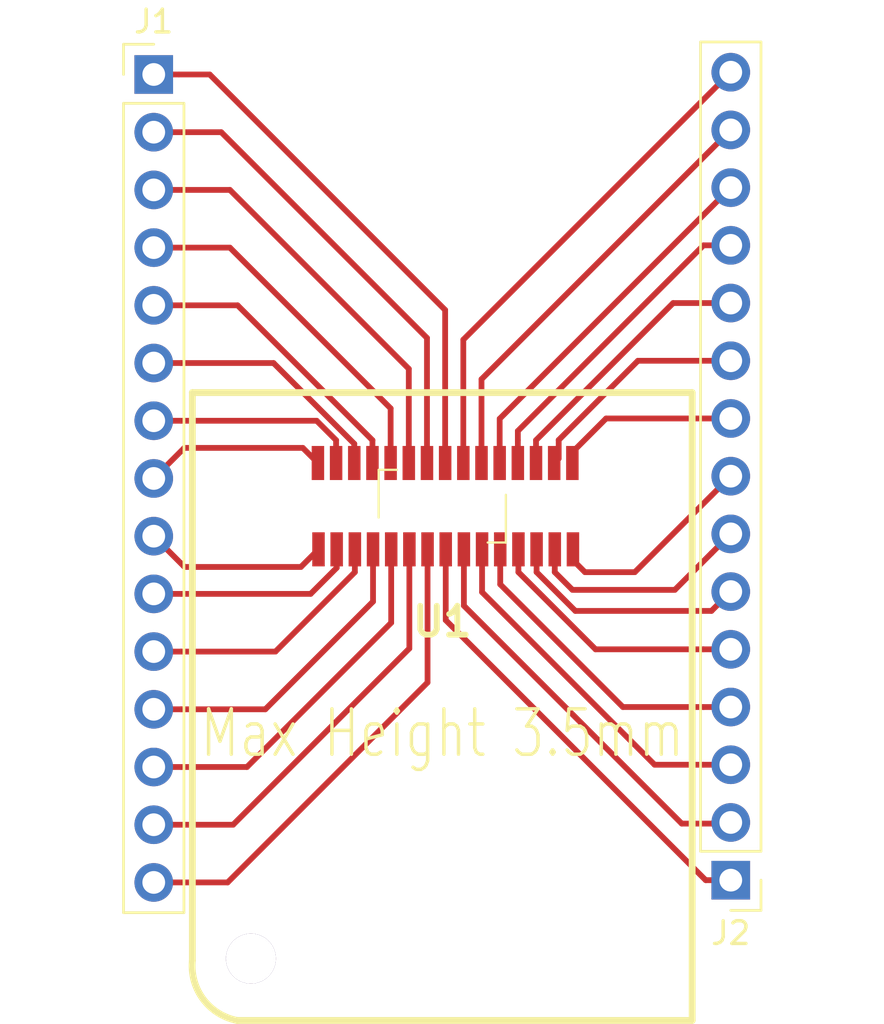
<source format=kicad_pcb>
(kicad_pcb (version 20171130) (host pcbnew "(5.1.2)-2")

  (general
    (thickness 1.6)
    (drawings 0)
    (tracks 107)
    (zones 0)
    (modules 3)
    (nets 31)
  )

  (page A4)
  (layers
    (0 F.Cu signal)
    (31 B.Cu signal)
    (32 B.Adhes user)
    (33 F.Adhes user)
    (34 B.Paste user)
    (35 F.Paste user)
    (36 B.SilkS user)
    (37 F.SilkS user)
    (38 B.Mask user)
    (39 F.Mask user)
    (40 Dwgs.User user)
    (41 Cmts.User user)
    (42 Eco1.User user)
    (43 Eco2.User user)
    (44 Edge.Cuts user)
    (45 Margin user)
    (46 B.CrtYd user)
    (47 F.CrtYd user)
    (48 B.Fab user)
    (49 F.Fab user)
  )

  (setup
    (last_trace_width 0.254)
    (user_trace_width 0.254)
    (trace_clearance 0.2)
    (zone_clearance 0.508)
    (zone_45_only no)
    (trace_min 0.2)
    (via_size 0.8)
    (via_drill 0.4)
    (via_min_size 0.4)
    (via_min_drill 0.3)
    (uvia_size 0.3)
    (uvia_drill 0.1)
    (uvias_allowed no)
    (uvia_min_size 0.2)
    (uvia_min_drill 0.1)
    (edge_width 0.05)
    (segment_width 0.2)
    (pcb_text_width 0.3)
    (pcb_text_size 1.5 1.5)
    (mod_edge_width 0.12)
    (mod_text_size 1 1)
    (mod_text_width 0.15)
    (pad_size 1.524 1.524)
    (pad_drill 0.762)
    (pad_to_mask_clearance 0.051)
    (solder_mask_min_width 0.25)
    (aux_axis_origin 0 0)
    (visible_elements FFFFFF7F)
    (pcbplotparams
      (layerselection 0x010fc_ffffffff)
      (usegerberextensions false)
      (usegerberattributes false)
      (usegerberadvancedattributes false)
      (creategerberjobfile false)
      (excludeedgelayer true)
      (linewidth 0.100000)
      (plotframeref false)
      (viasonmask false)
      (mode 1)
      (useauxorigin false)
      (hpglpennumber 1)
      (hpglpenspeed 20)
      (hpglpendiameter 15.000000)
      (psnegative false)
      (psa4output false)
      (plotreference true)
      (plotvalue true)
      (plotinvisibletext false)
      (padsonsilk false)
      (subtractmaskfromsilk false)
      (outputformat 1)
      (mirror false)
      (drillshape 1)
      (scaleselection 1)
      (outputdirectory ""))
  )

  (net 0 "")
  (net 1 /Pin1)
  (net 2 /Pin3)
  (net 3 /Pin5)
  (net 4 /Pin7)
  (net 5 /Pin9)
  (net 6 /Pin11)
  (net 7 /Pin13)
  (net 8 /Pin15)
  (net 9 /Pin17)
  (net 10 /Pin19)
  (net 11 /Pin21)
  (net 12 /Pin23)
  (net 13 /Pin25)
  (net 14 /Pin27)
  (net 15 /Pin29)
  (net 16 /Pin2)
  (net 17 /Pin4)
  (net 18 /Pin6)
  (net 19 /Pin8)
  (net 20 /Pin10)
  (net 21 /Pin12)
  (net 22 /Pin14)
  (net 23 /Pin16)
  (net 24 /Pin18)
  (net 25 /Pin20)
  (net 26 /Pin22)
  (net 27 /Pin24)
  (net 28 /Pin26)
  (net 29 /Pin28)
  (net 30 /Pin30)

  (net_class Default "This is the default net class."
    (clearance 0.2)
    (trace_width 0.25)
    (via_dia 0.8)
    (via_drill 0.4)
    (uvia_dia 0.3)
    (uvia_drill 0.1)
    (add_net /Pin1)
    (add_net /Pin10)
    (add_net /Pin11)
    (add_net /Pin12)
    (add_net /Pin13)
    (add_net /Pin14)
    (add_net /Pin15)
    (add_net /Pin16)
    (add_net /Pin17)
    (add_net /Pin18)
    (add_net /Pin19)
    (add_net /Pin2)
    (add_net /Pin20)
    (add_net /Pin21)
    (add_net /Pin22)
    (add_net /Pin23)
    (add_net /Pin24)
    (add_net /Pin25)
    (add_net /Pin26)
    (add_net /Pin27)
    (add_net /Pin28)
    (add_net /Pin29)
    (add_net /Pin3)
    (add_net /Pin30)
    (add_net /Pin4)
    (add_net /Pin5)
    (add_net /Pin6)
    (add_net /Pin7)
    (add_net /Pin8)
    (add_net /Pin9)
  )

  (module ACM_2020_Footprintandsymbol:ACM_2020Footprint (layer F.Cu) (tedit 5E1B9781) (tstamp 5E1CD393)
    (at 0 0)
    (descr IL-WX-10SB-VF-BE)
    (tags Connector)
    (path /5E1C7CAC)
    (fp_text reference U1 (at 0 5.08 180) (layer F.SilkS)
      (effects (font (size 1.27 1.27) (thickness 0.254)))
    )
    (fp_text value ACM_2020 (at 0 -6.096 180) (layer F.SilkS) hide
      (effects (font (size 1.27 1.27) (thickness 0.254)))
    )
    (fp_text user "Max Height 3.5mm" (at 0 10) (layer F.SilkS)
      (effects (font (size 2 1.5) (thickness 0.15)))
    )
    (fp_arc (start -8.5635 20.2311) (end -11 20) (angle -84.51986342) (layer F.SilkS) (width 0.3))
    (fp_line (start 11 -5) (end 11 22.634393) (layer F.SilkS) (width 0.3))
    (fp_line (start 11 22.634393) (end -9.026231 22.634393) (layer F.SilkS) (width 0.3))
    (fp_line (start -11 -5) (end -11 20) (layer F.SilkS) (width 0.3))
    (fp_line (start -11 -5) (end 11 -5) (layer F.SilkS) (width 0.3))
    (fp_line (start 2.8 1.6) (end 2 1.6) (layer F.SilkS) (width 0.1))
    (fp_line (start 2.8 -0.5) (end 2.8 1.6) (layer F.SilkS) (width 0.1))
    (fp_line (start -2.8 -1.6) (end -2.8 0.5) (layer F.SilkS) (width 0.1))
    (fp_line (start -2 -1.6) (end -2.8 -1.6) (layer F.SilkS) (width 0.1))
    (fp_line (start -6.9 3.65) (end -6.9 -3.65) (layer F.CrtYd) (width 0.1))
    (fp_line (start 6.9 3.65) (end -6.9 3.65) (layer F.CrtYd) (width 0.1))
    (fp_line (start 6.9 -3.65) (end 6.9 3.65) (layer F.CrtYd) (width 0.1))
    (fp_line (start -6.9 -3.65) (end 6.9 -3.65) (layer F.CrtYd) (width 0.1))
    (fp_line (start -6 1.6) (end -6 -1.6) (layer F.Fab) (width 0.2))
    (fp_line (start 6 1.6) (end -6 1.6) (layer F.Fab) (width 0.2))
    (fp_line (start 6 -1.6) (end 6 1.6) (layer F.Fab) (width 0.2))
    (fp_line (start -6 -1.6) (end 6 -1.6) (layer F.Fab) (width 0.2))
    (fp_text user %R (at 0 0) (layer F.Fab)
      (effects (font (size 1.27 1.27) (thickness 0.254)))
    )
    (pad "" thru_hole circle (at -8.422 19.912) (size 2.2 2.2) (drill 2.2) (layers *.Cu *.Mask))
    (pad "" np_thru_hole circle (at 6.5 1.3) (size 0.7 0.7) (drill 0.7) (layers *.Cu *.Mask))
    (pad "" np_thru_hole circle (at -6.5 -1.3) (size 0.7 0.7) (drill 0.7) (layers *.Cu *.Mask))
    (pad 1 smd rect (at 5.7524 1.9) (size 0.55 1.5) (layers F.Cu F.Paste F.Mask)
      (net 1 /Pin1))
    (pad 2 smd rect (at 5.727 -1.9) (size 0.55 1.5) (layers F.Cu F.Paste F.Mask)
      (net 16 /Pin2))
    (pad 3 smd rect (at 4.9524 1.9) (size 0.55 1.5) (layers F.Cu F.Paste F.Mask)
      (net 2 /Pin3))
    (pad 4 smd rect (at 4.927 -1.9) (size 0.55 1.5) (layers F.Cu F.Paste F.Mask)
      (net 17 /Pin4))
    (pad 5 smd rect (at 4.1524 1.9) (size 0.55 1.5) (layers F.Cu F.Paste F.Mask)
      (net 3 /Pin5))
    (pad 6 smd rect (at 4.127 -1.9) (size 0.55 1.5) (layers F.Cu F.Paste F.Mask)
      (net 18 /Pin6))
    (pad 7 smd rect (at 3.3524 1.9) (size 0.55 1.5) (layers F.Cu F.Paste F.Mask)
      (net 4 /Pin7))
    (pad 8 smd rect (at 3.327 -1.9) (size 0.55 1.5) (layers F.Cu F.Paste F.Mask)
      (net 19 /Pin8))
    (pad 9 smd rect (at 2.5524 1.9) (size 0.55 1.5) (layers F.Cu F.Paste F.Mask)
      (net 5 /Pin9))
    (pad 10 smd rect (at 2.527 -1.9) (size 0.55 1.5) (layers F.Cu F.Paste F.Mask)
      (net 20 /Pin10))
    (pad 11 smd rect (at 1.7524 1.9) (size 0.55 1.5) (layers F.Cu F.Paste F.Mask)
      (net 6 /Pin11))
    (pad 12 smd rect (at 1.727 -1.9) (size 0.55 1.5) (layers F.Cu F.Paste F.Mask)
      (net 21 /Pin12))
    (pad 13 smd rect (at 0.9524 1.9) (size 0.55 1.5) (layers F.Cu F.Paste F.Mask)
      (net 7 /Pin13))
    (pad 14 smd rect (at 0.927 -1.9) (size 0.55 1.5) (layers F.Cu F.Paste F.Mask)
      (net 22 /Pin14))
    (pad 15 smd rect (at 0.1524 1.9) (size 0.55 1.5) (layers F.Cu F.Paste F.Mask)
      (net 8 /Pin15))
    (pad 16 smd rect (at 0.127 -1.9) (size 0.55 1.5) (layers F.Cu F.Paste F.Mask)
      (net 23 /Pin16))
    (pad 17 smd rect (at -0.6476 1.9) (size 0.55 1.5) (layers F.Cu F.Paste F.Mask)
      (net 9 /Pin17))
    (pad 18 smd rect (at -0.673 -1.9) (size 0.55 1.5) (layers F.Cu F.Paste F.Mask)
      (net 24 /Pin18))
    (pad 19 smd rect (at -1.4476 1.9) (size 0.55 1.5) (layers F.Cu F.Paste F.Mask)
      (net 10 /Pin19))
    (pad 20 smd rect (at -1.473 -1.9) (size 0.55 1.5) (layers F.Cu F.Paste F.Mask)
      (net 25 /Pin20))
    (pad 21 smd rect (at -2.2476 1.9) (size 0.55 1.5) (layers F.Cu F.Paste F.Mask)
      (net 11 /Pin21))
    (pad 22 smd rect (at -2.273 -1.9) (size 0.55 1.5) (layers F.Cu F.Paste F.Mask)
      (net 26 /Pin22))
    (pad 23 smd rect (at -3.0476 1.9) (size 0.55 1.5) (layers F.Cu F.Paste F.Mask)
      (net 12 /Pin23))
    (pad 24 smd rect (at -3.073 -1.9) (size 0.55 1.5) (layers F.Cu F.Paste F.Mask)
      (net 27 /Pin24))
    (pad 25 smd rect (at -3.8476 1.9) (size 0.55 1.5) (layers F.Cu F.Paste F.Mask)
      (net 13 /Pin25))
    (pad 26 smd rect (at -3.873 -1.9) (size 0.55 1.5) (layers F.Cu F.Paste F.Mask)
      (net 28 /Pin26))
    (pad 27 smd rect (at -4.6476 1.9) (size 0.55 1.5) (layers F.Cu F.Paste F.Mask)
      (net 14 /Pin27))
    (pad 28 smd rect (at -4.673 -1.9) (size 0.55 1.5) (layers F.Cu F.Paste F.Mask)
      (net 29 /Pin28))
    (pad 29 smd rect (at -5.4476 1.9) (size 0.55 1.5) (layers F.Cu F.Paste F.Mask)
      (net 15 /Pin29))
    (pad 30 smd rect (at -5.473 -1.9) (size 0.55 1.5) (layers F.Cu F.Paste F.Mask)
      (net 30 /Pin30))
    (model "${KIPRJMOD}/3D-Components/JAE IL-WX Series 30-pin.STEP"
      (offset (xyz -0.17 0 0))
      (scale (xyz 1 1 1))
      (rotate (xyz -90 0 0))
    )
  )

  (module Connector_PinHeader_2.54mm:PinHeader_1x15_P2.54mm_Vertical (layer F.Cu) (tedit 59FED5CC) (tstamp 5E1C8419)
    (at 12.7 16.46 180)
    (descr "Through hole straight pin header, 1x15, 2.54mm pitch, single row")
    (tags "Through hole pin header THT 1x15 2.54mm single row")
    (path /5E1D0592)
    (fp_text reference J2 (at 0 -2.33) (layer F.SilkS)
      (effects (font (size 1 1) (thickness 0.15)))
    )
    (fp_text value Conn_01x15_Male (at 0 37.89) (layer F.Fab)
      (effects (font (size 1 1) (thickness 0.15)))
    )
    (fp_text user %R (at 0 17.78 90) (layer F.Fab)
      (effects (font (size 1 1) (thickness 0.15)))
    )
    (fp_line (start 1.8 -1.8) (end -1.8 -1.8) (layer F.CrtYd) (width 0.05))
    (fp_line (start 1.8 37.35) (end 1.8 -1.8) (layer F.CrtYd) (width 0.05))
    (fp_line (start -1.8 37.35) (end 1.8 37.35) (layer F.CrtYd) (width 0.05))
    (fp_line (start -1.8 -1.8) (end -1.8 37.35) (layer F.CrtYd) (width 0.05))
    (fp_line (start -1.33 -1.33) (end 0 -1.33) (layer F.SilkS) (width 0.12))
    (fp_line (start -1.33 0) (end -1.33 -1.33) (layer F.SilkS) (width 0.12))
    (fp_line (start -1.33 1.27) (end 1.33 1.27) (layer F.SilkS) (width 0.12))
    (fp_line (start 1.33 1.27) (end 1.33 36.89) (layer F.SilkS) (width 0.12))
    (fp_line (start -1.33 1.27) (end -1.33 36.89) (layer F.SilkS) (width 0.12))
    (fp_line (start -1.33 36.89) (end 1.33 36.89) (layer F.SilkS) (width 0.12))
    (fp_line (start -1.27 -0.635) (end -0.635 -1.27) (layer F.Fab) (width 0.1))
    (fp_line (start -1.27 36.83) (end -1.27 -0.635) (layer F.Fab) (width 0.1))
    (fp_line (start 1.27 36.83) (end -1.27 36.83) (layer F.Fab) (width 0.1))
    (fp_line (start 1.27 -1.27) (end 1.27 36.83) (layer F.Fab) (width 0.1))
    (fp_line (start -0.635 -1.27) (end 1.27 -1.27) (layer F.Fab) (width 0.1))
    (pad 15 thru_hole oval (at 0 35.56 180) (size 1.7 1.7) (drill 1) (layers *.Cu *.Mask)
      (net 22 /Pin14))
    (pad 14 thru_hole oval (at 0 33.02 180) (size 1.7 1.7) (drill 1) (layers *.Cu *.Mask)
      (net 21 /Pin12))
    (pad 13 thru_hole oval (at 0 30.48 180) (size 1.7 1.7) (drill 1) (layers *.Cu *.Mask)
      (net 20 /Pin10))
    (pad 12 thru_hole oval (at 0 27.94 180) (size 1.7 1.7) (drill 1) (layers *.Cu *.Mask)
      (net 19 /Pin8))
    (pad 11 thru_hole oval (at 0 25.4 180) (size 1.7 1.7) (drill 1) (layers *.Cu *.Mask)
      (net 18 /Pin6))
    (pad 10 thru_hole oval (at 0 22.86 180) (size 1.7 1.7) (drill 1) (layers *.Cu *.Mask)
      (net 17 /Pin4))
    (pad 9 thru_hole oval (at 0 20.32 180) (size 1.7 1.7) (drill 1) (layers *.Cu *.Mask)
      (net 16 /Pin2))
    (pad 8 thru_hole oval (at 0 17.78 180) (size 1.7 1.7) (drill 1) (layers *.Cu *.Mask)
      (net 1 /Pin1))
    (pad 7 thru_hole oval (at 0 15.24 180) (size 1.7 1.7) (drill 1) (layers *.Cu *.Mask)
      (net 2 /Pin3))
    (pad 6 thru_hole oval (at 0 12.7 180) (size 1.7 1.7) (drill 1) (layers *.Cu *.Mask)
      (net 3 /Pin5))
    (pad 5 thru_hole oval (at 0 10.16 180) (size 1.7 1.7) (drill 1) (layers *.Cu *.Mask)
      (net 4 /Pin7))
    (pad 4 thru_hole oval (at 0 7.62 180) (size 1.7 1.7) (drill 1) (layers *.Cu *.Mask)
      (net 5 /Pin9))
    (pad 3 thru_hole oval (at 0 5.08 180) (size 1.7 1.7) (drill 1) (layers *.Cu *.Mask)
      (net 6 /Pin11))
    (pad 2 thru_hole oval (at 0 2.54 180) (size 1.7 1.7) (drill 1) (layers *.Cu *.Mask)
      (net 7 /Pin13))
    (pad 1 thru_hole rect (at 0 0 180) (size 1.7 1.7) (drill 1) (layers *.Cu *.Mask)
      (net 8 /Pin15))
    (model ${KISYS3DMOD}/Connector_PinHeader_2.54mm.3dshapes/PinHeader_1x15_P2.54mm_Vertical.wrl
      (at (xyz 0 0 0))
      (scale (xyz 1 1 1))
      (rotate (xyz 0 0 0))
    )
  )

  (module Connector_PinHeader_2.54mm:PinHeader_1x15_P2.54mm_Vertical (layer F.Cu) (tedit 59FED5CC) (tstamp 5E1C83F6)
    (at -12.7 -19)
    (descr "Through hole straight pin header, 1x15, 2.54mm pitch, single row")
    (tags "Through hole pin header THT 1x15 2.54mm single row")
    (path /5E1CA1B6)
    (fp_text reference J1 (at 0 -2.33) (layer F.SilkS)
      (effects (font (size 1 1) (thickness 0.15)))
    )
    (fp_text value Conn_01x15_Male (at 0 37.89) (layer F.Fab)
      (effects (font (size 1 1) (thickness 0.15)))
    )
    (fp_line (start -0.635 -1.27) (end 1.27 -1.27) (layer F.Fab) (width 0.1))
    (fp_line (start 1.27 -1.27) (end 1.27 36.83) (layer F.Fab) (width 0.1))
    (fp_line (start 1.27 36.83) (end -1.27 36.83) (layer F.Fab) (width 0.1))
    (fp_line (start -1.27 36.83) (end -1.27 -0.635) (layer F.Fab) (width 0.1))
    (fp_line (start -1.27 -0.635) (end -0.635 -1.27) (layer F.Fab) (width 0.1))
    (fp_line (start -1.33 36.89) (end 1.33 36.89) (layer F.SilkS) (width 0.12))
    (fp_line (start -1.33 1.27) (end -1.33 36.89) (layer F.SilkS) (width 0.12))
    (fp_line (start 1.33 1.27) (end 1.33 36.89) (layer F.SilkS) (width 0.12))
    (fp_line (start -1.33 1.27) (end 1.33 1.27) (layer F.SilkS) (width 0.12))
    (fp_line (start -1.33 0) (end -1.33 -1.33) (layer F.SilkS) (width 0.12))
    (fp_line (start -1.33 -1.33) (end 0 -1.33) (layer F.SilkS) (width 0.12))
    (fp_line (start -1.8 -1.8) (end -1.8 37.35) (layer F.CrtYd) (width 0.05))
    (fp_line (start -1.8 37.35) (end 1.8 37.35) (layer F.CrtYd) (width 0.05))
    (fp_line (start 1.8 37.35) (end 1.8 -1.8) (layer F.CrtYd) (width 0.05))
    (fp_line (start 1.8 -1.8) (end -1.8 -1.8) (layer F.CrtYd) (width 0.05))
    (fp_text user %R (at 0 17.78 90) (layer F.Fab)
      (effects (font (size 1 1) (thickness 0.15)))
    )
    (pad 1 thru_hole rect (at 0 0) (size 1.7 1.7) (drill 1) (layers *.Cu *.Mask)
      (net 23 /Pin16))
    (pad 2 thru_hole oval (at 0 2.54) (size 1.7 1.7) (drill 1) (layers *.Cu *.Mask)
      (net 24 /Pin18))
    (pad 3 thru_hole oval (at 0 5.08) (size 1.7 1.7) (drill 1) (layers *.Cu *.Mask)
      (net 25 /Pin20))
    (pad 4 thru_hole oval (at 0 7.62) (size 1.7 1.7) (drill 1) (layers *.Cu *.Mask)
      (net 26 /Pin22))
    (pad 5 thru_hole oval (at 0 10.16) (size 1.7 1.7) (drill 1) (layers *.Cu *.Mask)
      (net 27 /Pin24))
    (pad 6 thru_hole oval (at 0 12.7) (size 1.7 1.7) (drill 1) (layers *.Cu *.Mask)
      (net 28 /Pin26))
    (pad 7 thru_hole oval (at 0 15.24) (size 1.7 1.7) (drill 1) (layers *.Cu *.Mask)
      (net 29 /Pin28))
    (pad 8 thru_hole oval (at 0 17.78) (size 1.7 1.7) (drill 1) (layers *.Cu *.Mask)
      (net 30 /Pin30))
    (pad 9 thru_hole oval (at 0 20.32) (size 1.7 1.7) (drill 1) (layers *.Cu *.Mask)
      (net 15 /Pin29))
    (pad 10 thru_hole oval (at 0 22.86) (size 1.7 1.7) (drill 1) (layers *.Cu *.Mask)
      (net 14 /Pin27))
    (pad 11 thru_hole oval (at 0 25.4) (size 1.7 1.7) (drill 1) (layers *.Cu *.Mask)
      (net 13 /Pin25))
    (pad 12 thru_hole oval (at 0 27.94) (size 1.7 1.7) (drill 1) (layers *.Cu *.Mask)
      (net 12 /Pin23))
    (pad 13 thru_hole oval (at 0 30.48) (size 1.7 1.7) (drill 1) (layers *.Cu *.Mask)
      (net 11 /Pin21))
    (pad 14 thru_hole oval (at 0 33.02) (size 1.7 1.7) (drill 1) (layers *.Cu *.Mask)
      (net 10 /Pin19))
    (pad 15 thru_hole oval (at 0 35.56) (size 1.7 1.7) (drill 1) (layers *.Cu *.Mask)
      (net 9 /Pin17))
    (model ${KISYS3DMOD}/Connector_PinHeader_2.54mm.3dshapes/PinHeader_1x15_P2.54mm_Vertical.wrl
      (at (xyz 0 0 0))
      (scale (xyz 1 1 1))
      (rotate (xyz 0 0 0))
    )
  )

  (segment (start 11.850001 -0.470001) (end 12.7 -1.32) (width 0.254) (layer F.Cu) (net 1))
  (segment (start 8.476 2.904) (end 11.850001 -0.470001) (width 0.254) (layer F.Cu) (net 1))
  (segment (start 6.2814 2.904) (end 8.476 2.904) (width 0.254) (layer F.Cu) (net 1))
  (segment (start 5.7524 2.375) (end 6.2814 2.904) (width 0.254) (layer F.Cu) (net 1))
  (segment (start 5.7524 1.9) (end 5.7524 2.375) (width 0.254) (layer F.Cu) (net 1))
  (segment (start 11.850001 2.069999) (end 12.7 1.22) (width 0.254) (layer F.Cu) (net 2))
  (segment (start 10.237 3.683) (end 11.850001 2.069999) (width 0.254) (layer F.Cu) (net 2))
  (segment (start 5.7314 3.683) (end 10.237 3.683) (width 0.254) (layer F.Cu) (net 2))
  (segment (start 4.9524 1.9) (end 4.9524 2.904) (width 0.254) (layer F.Cu) (net 2))
  (segment (start 4.9524 2.904) (end 5.7314 3.683) (width 0.254) (layer F.Cu) (net 2))
  (segment (start 11.850001 4.609999) (end 12.7 3.76) (width 0.254) (layer F.Cu) (net 3))
  (segment (start 5.858399 4.609999) (end 11.850001 4.609999) (width 0.254) (layer F.Cu) (net 3))
  (segment (start 4.1524 2.904) (end 5.858399 4.609999) (width 0.254) (layer F.Cu) (net 3))
  (segment (start 4.1524 1.9) (end 4.1524 2.904) (width 0.254) (layer F.Cu) (net 3))
  (segment (start 11.497919 6.3) (end 12.7 6.3) (width 0.254) (layer F.Cu) (net 4))
  (segment (start 6.7484 6.3) (end 11.497919 6.3) (width 0.254) (layer F.Cu) (net 4))
  (segment (start 3.3524 2.904) (end 6.7484 6.3) (width 0.254) (layer F.Cu) (net 4))
  (segment (start 3.3524 1.9) (end 3.3524 2.904) (width 0.254) (layer F.Cu) (net 4))
  (segment (start 11.497919 8.84) (end 12.7 8.84) (width 0.254) (layer F.Cu) (net 5))
  (segment (start 7.951 8.84) (end 11.497919 8.84) (width 0.254) (layer F.Cu) (net 5))
  (segment (start 2.5524 1.9) (end 2.5524 3.4414) (width 0.254) (layer F.Cu) (net 5))
  (segment (start 2.5524 3.4414) (end 7.951 8.84) (width 0.254) (layer F.Cu) (net 5))
  (segment (start 11.497919 11.38) (end 12.7 11.38) (width 0.254) (layer F.Cu) (net 6))
  (segment (start 9.348 11.38) (end 11.497919 11.38) (width 0.254) (layer F.Cu) (net 6))
  (segment (start 1.7524 1.9) (end 1.7524 3.7844) (width 0.254) (layer F.Cu) (net 6))
  (segment (start 1.7524 3.7844) (end 9.348 11.38) (width 0.254) (layer F.Cu) (net 6))
  (segment (start 12.65 13.97) (end 12.7 13.92) (width 0.254) (layer F.Cu) (net 7))
  (segment (start 10.541 13.97) (end 12.65 13.97) (width 0.254) (layer F.Cu) (net 7))
  (segment (start 0.9524 1.9) (end 0.9524 4.3814) (width 0.254) (layer F.Cu) (net 7))
  (segment (start 0.9524 4.3814) (end 10.541 13.97) (width 0.254) (layer F.Cu) (net 7))
  (segment (start 11.596 16.46) (end 12.7 16.46) (width 0.254) (layer F.Cu) (net 8))
  (segment (start 0.1524 5.0164) (end 11.596 16.46) (width 0.254) (layer F.Cu) (net 8))
  (segment (start 0.1524 1.9) (end 0.1524 5.0164) (width 0.254) (layer F.Cu) (net 8))
  (segment (start -9.448 16.56) (end -12.7 16.56) (width 0.254) (layer F.Cu) (net 9))
  (segment (start -0.6476 1.9) (end -0.6476 7.7596) (width 0.254) (layer F.Cu) (net 9))
  (segment (start -0.6476 7.7596) (end -9.448 16.56) (width 0.254) (layer F.Cu) (net 9))
  (segment (start -9.2067 14.02) (end -12.7 14.02) (width 0.254) (layer F.Cu) (net 10))
  (segment (start -1.4476 1.9) (end -1.4476 6.2609) (width 0.254) (layer F.Cu) (net 10))
  (segment (start -1.4476 6.2609) (end -9.2067 14.02) (width 0.254) (layer F.Cu) (net 10))
  (segment (start -11.497919 11.48) (end -12.7 11.48) (width 0.254) (layer F.Cu) (net 11))
  (segment (start -8.5971 11.48) (end -11.497919 11.48) (width 0.254) (layer F.Cu) (net 11))
  (segment (start -2.2476 1.9) (end -2.2476 5.1305) (width 0.254) (layer F.Cu) (net 11))
  (segment (start -2.2476 5.1305) (end -8.5971 11.48) (width 0.254) (layer F.Cu) (net 11))
  (segment (start -11.497919 8.94) (end -12.7 8.94) (width 0.254) (layer F.Cu) (net 12))
  (segment (start -7.78938 8.94) (end -11.497919 8.94) (width 0.254) (layer F.Cu) (net 12))
  (segment (start -3.0476 1.9) (end -3.0476 4.19822) (width 0.254) (layer F.Cu) (net 12))
  (segment (start -3.0476 4.19822) (end -7.78938 8.94) (width 0.254) (layer F.Cu) (net 12))
  (segment (start -11.497919 6.4) (end -12.7 6.4) (width 0.254) (layer F.Cu) (net 13))
  (segment (start -7.3436 6.4) (end -11.497919 6.4) (width 0.254) (layer F.Cu) (net 13))
  (segment (start -3.8476 2.904) (end -7.3436 6.4) (width 0.254) (layer F.Cu) (net 13))
  (segment (start -3.8476 1.9) (end -3.8476 2.904) (width 0.254) (layer F.Cu) (net 13))
  (segment (start -11.497919 3.86) (end -12.7 3.86) (width 0.254) (layer F.Cu) (net 14))
  (segment (start -5.793998 3.86) (end -11.497919 3.86) (width 0.254) (layer F.Cu) (net 14))
  (segment (start -4.6476 1.9) (end -4.6476 2.713602) (width 0.254) (layer F.Cu) (net 14))
  (segment (start -4.6476 2.713602) (end -5.793998 3.86) (width 0.254) (layer F.Cu) (net 14))
  (segment (start -11.34538 2.67462) (end -12.7 1.32) (width 0.254) (layer F.Cu) (net 15))
  (segment (start -5.4476 1.9) (end -6.22222 2.67462) (width 0.254) (layer F.Cu) (net 15))
  (segment (start -6.22222 2.67462) (end -11.34538 2.67462) (width 0.254) (layer F.Cu) (net 15))
  (segment (start 5.727 -2.375) (end 5.727 -1.9) (width 0.254) (layer F.Cu) (net 16))
  (segment (start 7.212 -3.86) (end 5.727 -2.375) (width 0.254) (layer F.Cu) (net 16))
  (segment (start 12.7 -3.86) (end 7.212 -3.86) (width 0.254) (layer F.Cu) (net 16))
  (segment (start 5.124999 -2.097999) (end 4.927 -1.9) (width 0.254) (layer F.Cu) (net 17))
  (segment (start 5.124999 -2.911601) (end 5.124999 -2.097999) (width 0.254) (layer F.Cu) (net 17))
  (segment (start 12.7 -6.4) (end 8.613398 -6.4) (width 0.254) (layer F.Cu) (net 17))
  (segment (start 8.613398 -6.4) (end 5.124999 -2.911601) (width 0.254) (layer F.Cu) (net 17))
  (segment (start 4.127 -2.904) (end 4.127 -1.9) (width 0.254) (layer F.Cu) (net 18))
  (segment (start 12.7 -8.94) (end 10.163 -8.94) (width 0.254) (layer F.Cu) (net 18))
  (segment (start 10.163 -8.94) (end 4.127 -2.904) (width 0.254) (layer F.Cu) (net 18))
  (segment (start 3.327 -2.904) (end 3.327 -1.9) (width 0.254) (layer F.Cu) (net 19))
  (segment (start 3.327 -3.309081) (end 3.327 -2.904) (width 0.254) (layer F.Cu) (net 19))
  (segment (start 11.497919 -11.48) (end 3.327 -3.309081) (width 0.254) (layer F.Cu) (net 19))
  (segment (start 12.7 -11.48) (end 11.497919 -11.48) (width 0.254) (layer F.Cu) (net 19))
  (segment (start 2.527 -3.847) (end 2.527 -1.9) (width 0.254) (layer F.Cu) (net 20))
  (segment (start 12.7 -14.02) (end 2.527 -3.847) (width 0.254) (layer F.Cu) (net 20))
  (segment (start 1.727 -5.587) (end 1.727 -1.9) (width 0.254) (layer F.Cu) (net 21))
  (segment (start 12.7 -16.56) (end 1.727 -5.587) (width 0.254) (layer F.Cu) (net 21))
  (segment (start 0.927 -7.327) (end 12.7 -19.1) (width 0.254) (layer F.Cu) (net 22))
  (segment (start 0.927 -1.9) (end 0.927 -7.327) (width 0.254) (layer F.Cu) (net 22))
  (segment (start -11.596 -19) (end -12.7 -19) (width 0.254) (layer F.Cu) (net 23))
  (segment (start -10.237 -19) (end -11.596 -19) (width 0.254) (layer F.Cu) (net 23))
  (segment (start 0.127 -1.9) (end 0.127 -8.636) (width 0.254) (layer F.Cu) (net 23))
  (segment (start 0.127 -8.636) (end -10.237 -19) (width 0.254) (layer F.Cu) (net 23))
  (segment (start -9.729 -16.46) (end -12.7 -16.46) (width 0.254) (layer F.Cu) (net 24))
  (segment (start -0.673 -1.9) (end -0.673 -7.404) (width 0.254) (layer F.Cu) (net 24))
  (segment (start -0.673 -7.404) (end -9.729 -16.46) (width 0.254) (layer F.Cu) (net 24))
  (segment (start -9.348 -13.92) (end -12.7 -13.92) (width 0.254) (layer F.Cu) (net 25))
  (segment (start -1.473 -1.9) (end -1.473 -6.045) (width 0.254) (layer F.Cu) (net 25))
  (segment (start -1.473 -6.045) (end -9.348 -13.92) (width 0.254) (layer F.Cu) (net 25))
  (segment (start -11.497919 -11.38) (end -12.7 -11.38) (width 0.254) (layer F.Cu) (net 26))
  (segment (start -9.348 -11.38) (end -11.497919 -11.38) (width 0.254) (layer F.Cu) (net 26))
  (segment (start -2.273 -1.9) (end -2.273 -4.305) (width 0.254) (layer F.Cu) (net 26))
  (segment (start -2.273 -4.305) (end -9.348 -11.38) (width 0.254) (layer F.Cu) (net 26))
  (segment (start -11.497919 -8.84) (end -12.7 -8.84) (width 0.254) (layer F.Cu) (net 27))
  (segment (start -9.009 -8.84) (end -11.497919 -8.84) (width 0.254) (layer F.Cu) (net 27))
  (segment (start -3.073 -2.904) (end -9.009 -8.84) (width 0.254) (layer F.Cu) (net 27))
  (segment (start -3.073 -1.9) (end -3.073 -2.904) (width 0.254) (layer F.Cu) (net 27))
  (segment (start -11.497919 -6.3) (end -12.7 -6.3) (width 0.254) (layer F.Cu) (net 28))
  (segment (start -7.426933 -6.3) (end -11.497919 -6.3) (width 0.254) (layer F.Cu) (net 28))
  (segment (start -3.873 -2.746067) (end -7.426933 -6.3) (width 0.254) (layer F.Cu) (net 28))
  (segment (start -3.873 -1.9) (end -3.873 -2.746067) (width 0.254) (layer F.Cu) (net 28))
  (segment (start -11.497919 -3.76) (end -12.7 -3.76) (width 0.254) (layer F.Cu) (net 29))
  (segment (start -5.529 -3.76) (end -11.497919 -3.76) (width 0.254) (layer F.Cu) (net 29))
  (segment (start -4.673 -2.904) (end -5.529 -3.76) (width 0.254) (layer F.Cu) (net 29))
  (segment (start -4.673 -1.9) (end -4.673 -2.904) (width 0.254) (layer F.Cu) (net 29))
  (segment (start -11.3546 -2.5654) (end -12.7 -1.22) (width 0.254) (layer F.Cu) (net 30))
  (segment (start -5.473 -1.9) (end -6.1384 -2.5654) (width 0.254) (layer F.Cu) (net 30))
  (segment (start -6.1384 -2.5654) (end -11.3546 -2.5654) (width 0.254) (layer F.Cu) (net 30))

)

</source>
